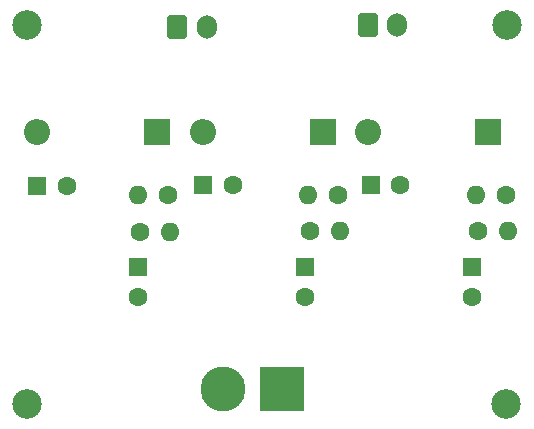
<source format=gbr>
%TF.GenerationSoftware,KiCad,Pcbnew,8.0.4*%
%TF.CreationDate,2024-09-01T23:45:10+09:00*%
%TF.ProjectId,servo_supply,73657276-6f5f-4737-9570-706c792e6b69,rev?*%
%TF.SameCoordinates,Original*%
%TF.FileFunction,Soldermask,Top*%
%TF.FilePolarity,Negative*%
%FSLAX46Y46*%
G04 Gerber Fmt 4.6, Leading zero omitted, Abs format (unit mm)*
G04 Created by KiCad (PCBNEW 8.0.4) date 2024-09-01 23:45:10*
%MOMM*%
%LPD*%
G01*
G04 APERTURE LIST*
G04 Aperture macros list*
%AMRoundRect*
0 Rectangle with rounded corners*
0 $1 Rounding radius*
0 $2 $3 $4 $5 $6 $7 $8 $9 X,Y pos of 4 corners*
0 Add a 4 corners polygon primitive as box body*
4,1,4,$2,$3,$4,$5,$6,$7,$8,$9,$2,$3,0*
0 Add four circle primitives for the rounded corners*
1,1,$1+$1,$2,$3*
1,1,$1+$1,$4,$5*
1,1,$1+$1,$6,$7*
1,1,$1+$1,$8,$9*
0 Add four rect primitives between the rounded corners*
20,1,$1+$1,$2,$3,$4,$5,0*
20,1,$1+$1,$4,$5,$6,$7,0*
20,1,$1+$1,$6,$7,$8,$9,0*
20,1,$1+$1,$8,$9,$2,$3,0*%
G04 Aperture macros list end*
%ADD10C,1.600000*%
%ADD11O,1.600000X1.600000*%
%ADD12R,1.600000X1.600000*%
%ADD13C,1.500000*%
%ADD14R,2.200000X2.200000*%
%ADD15O,2.200000X2.200000*%
%ADD16C,2.500000*%
%ADD17RoundRect,0.250000X-0.600000X-0.750000X0.600000X-0.750000X0.600000X0.750000X-0.600000X0.750000X0*%
%ADD18O,1.700000X2.000000*%
%ADD19R,3.800000X3.800000*%
%ADD20C,3.800000*%
G04 APERTURE END LIST*
D10*
%TO.C,R6*%
X152165000Y-89408000D03*
D11*
X149625000Y-89408000D03*
%TD*%
D12*
%TO.C,C2*%
X155174887Y-88560000D03*
D10*
X157674887Y-88560000D03*
%TD*%
D13*
%TO.C,REF\u002A\u002A*%
X180900000Y-75000000D03*
%TD*%
D10*
%TO.C,R5*%
X166624000Y-89408000D03*
D11*
X164084000Y-89408000D03*
%TD*%
D14*
%TO.C,D3*%
X151300000Y-84080000D03*
D15*
X141140000Y-84080000D03*
%TD*%
D16*
%TO.C,REF\u002A\u002A*%
X140300000Y-107100000D03*
%TD*%
%TO.C,REF\u002A\u002A*%
X180900000Y-75000000D03*
%TD*%
D10*
%TO.C,R4*%
X180848000Y-89370000D03*
D11*
X178308000Y-89370000D03*
%TD*%
D12*
%TO.C,C4*%
X169344888Y-88560000D03*
D10*
X171844888Y-88560000D03*
%TD*%
D16*
%TO.C,REF\u002A\u002A*%
X140300000Y-75000000D03*
%TD*%
D17*
%TO.C,J2*%
X152980000Y-75180000D03*
D18*
X155480000Y-75180000D03*
%TD*%
D16*
%TO.C,REF\u002A\u002A*%
X180800000Y-107100000D03*
%TD*%
D12*
%TO.C,C1*%
X177920000Y-95540000D03*
D10*
X177920000Y-98040000D03*
%TD*%
D12*
%TO.C,C3*%
X163800000Y-95524888D03*
D10*
X163800000Y-98024888D03*
%TD*%
D12*
%TO.C,C5*%
X149640000Y-95524888D03*
D10*
X149640000Y-98024888D03*
%TD*%
D14*
%TO.C,D1*%
X179324000Y-84074000D03*
D15*
X169164000Y-84074000D03*
%TD*%
D10*
%TO.C,R3*%
X149860000Y-92510000D03*
D11*
X152400000Y-92510000D03*
%TD*%
D10*
%TO.C,R2*%
X164215000Y-92450000D03*
D11*
X166755000Y-92450000D03*
%TD*%
D14*
%TO.C,D2*%
X165310000Y-84060000D03*
D15*
X155150000Y-84060000D03*
%TD*%
D10*
%TO.C,R1*%
X178415000Y-92420000D03*
D11*
X180955000Y-92420000D03*
%TD*%
D12*
%TO.C,C6*%
X141120000Y-88630000D03*
D10*
X143620000Y-88630000D03*
%TD*%
D17*
%TO.C,J3*%
X169100000Y-75030000D03*
D18*
X171600000Y-75030000D03*
%TD*%
D19*
%TO.C,J1*%
X161840000Y-105830000D03*
D20*
X156840000Y-105830000D03*
%TD*%
M02*

</source>
